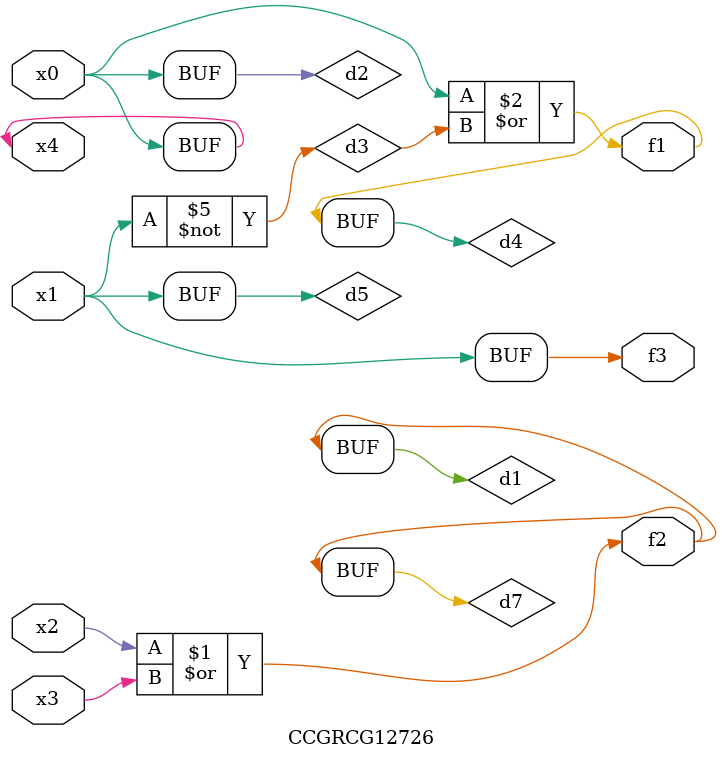
<source format=v>
module CCGRCG12726(
	input x0, x1, x2, x3, x4,
	output f1, f2, f3
);

	wire d1, d2, d3, d4, d5, d6, d7;

	or (d1, x2, x3);
	buf (d2, x0, x4);
	not (d3, x1);
	or (d4, d2, d3);
	not (d5, d3);
	nand (d6, d1, d3);
	or (d7, d1);
	assign f1 = d4;
	assign f2 = d7;
	assign f3 = d5;
endmodule

</source>
